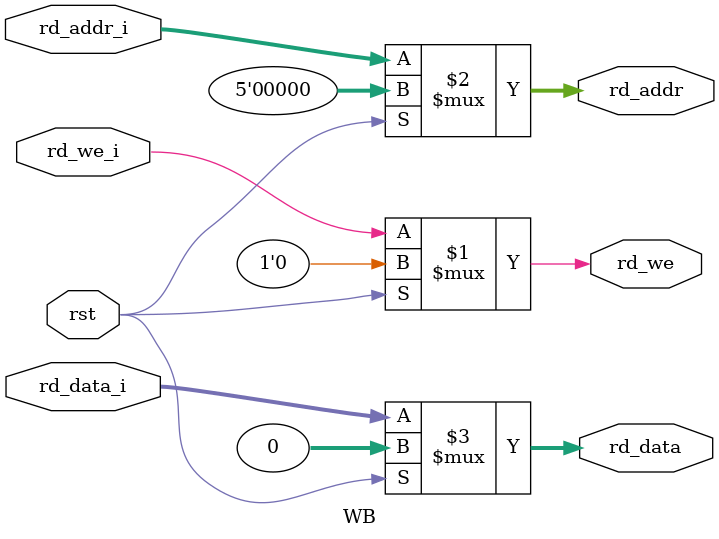
<source format=v>
module WB(
    input wire rst,

    input wire rd_we_i,
    input wire [4:0] rd_addr_i,
    input wire [31:0] rd_data_i,

    output wire rd_we,
    output wire [4:0] rd_addr,
    output wire [31:0] rd_data
);
    assign rd_we = rst ? 1'b0 : rd_we_i;
    assign rd_addr = rst ? 5'b0 : rd_addr_i;
    assign rd_data = rst ? 32'b0 : rd_data_i;
endmodule
</source>
